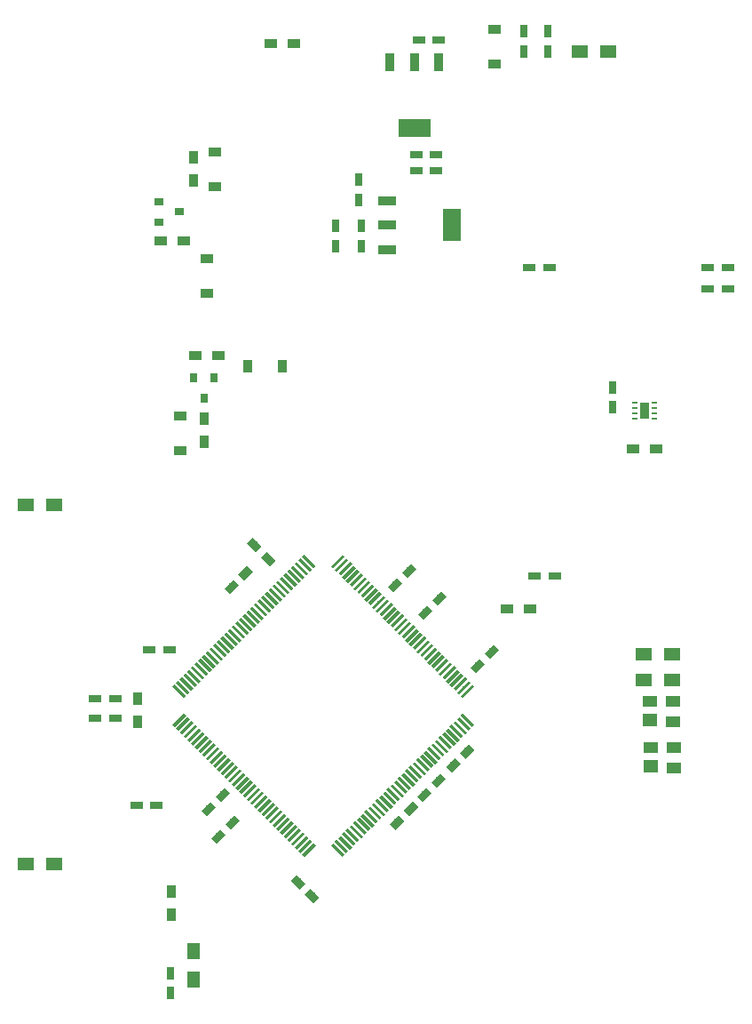
<source format=gbr>
G04 #@! TF.GenerationSoftware,KiCad,Pcbnew,5.0.0-fee4fd1~66~ubuntu16.04.1*
G04 #@! TF.CreationDate,2018-10-21T13:34:44-05:00*
G04 #@! TF.ProjectId,design_emb,64657369676E5F656D622E6B69636164,rev?*
G04 #@! TF.SameCoordinates,Original*
G04 #@! TF.FileFunction,Paste,Bot*
G04 #@! TF.FilePolarity,Positive*
%FSLAX46Y46*%
G04 Gerber Fmt 4.6, Leading zero omitted, Abs format (unit mm)*
G04 Created by KiCad (PCBNEW 5.0.0-fee4fd1~66~ubuntu16.04.1) date Sun Oct 21 13:34:44 2018*
%MOMM*%
%LPD*%
G01*
G04 APERTURE LIST*
%ADD10R,1.500000X1.300000*%
%ADD11C,0.300000*%
%ADD12C,0.100000*%
%ADD13C,0.750000*%
%ADD14R,1.200000X0.750000*%
%ADD15R,0.750000X1.200000*%
%ADD16R,1.200000X0.900000*%
%ADD17R,0.900000X1.200000*%
%ADD18R,1.400000X1.200000*%
%ADD19R,1.400000X1.000000*%
%ADD20R,3.149600X1.765300*%
%ADD21R,0.889000X1.765300*%
%ADD22R,1.765300X0.889000*%
%ADD23R,1.765300X3.149600*%
%ADD24R,0.500000X0.280000*%
%ADD25R,0.900000X1.600000*%
%ADD26R,0.900000X0.800000*%
%ADD27R,0.800000X0.900000*%
%ADD28R,1.300000X1.500000*%
G04 APERTURE END LIST*
D10*
G04 #@! TO.C,L8*
X117386100Y-126644400D03*
X120086100Y-126644400D03*
G04 #@! TD*
D11*
G04 #@! TO.C,ICE40HX1K*
X144387059Y-97789035D03*
D12*
G36*
X145041133Y-98230977D02*
X144829001Y-98443109D01*
X143732985Y-97347093D01*
X143945117Y-97134961D01*
X145041133Y-98230977D01*
X145041133Y-98230977D01*
G37*
D11*
X144033506Y-98142588D03*
D12*
G36*
X144687580Y-98584530D02*
X144475448Y-98796662D01*
X143379432Y-97700646D01*
X143591564Y-97488514D01*
X144687580Y-98584530D01*
X144687580Y-98584530D01*
G37*
D11*
X143679953Y-98496141D03*
D12*
G36*
X144334027Y-98938083D02*
X144121895Y-99150215D01*
X143025879Y-98054199D01*
X143238011Y-97842067D01*
X144334027Y-98938083D01*
X144334027Y-98938083D01*
G37*
D11*
X143326399Y-98849695D03*
D12*
G36*
X143980473Y-99291637D02*
X143768341Y-99503769D01*
X142672325Y-98407753D01*
X142884457Y-98195621D01*
X143980473Y-99291637D01*
X143980473Y-99291637D01*
G37*
D11*
X142972846Y-99203248D03*
D12*
G36*
X143626920Y-99645190D02*
X143414788Y-99857322D01*
X142318772Y-98761306D01*
X142530904Y-98549174D01*
X143626920Y-99645190D01*
X143626920Y-99645190D01*
G37*
D11*
X142619292Y-99556802D03*
D12*
G36*
X143273366Y-99998744D02*
X143061234Y-100210876D01*
X141965218Y-99114860D01*
X142177350Y-98902728D01*
X143273366Y-99998744D01*
X143273366Y-99998744D01*
G37*
D11*
X142265739Y-99910355D03*
D12*
G36*
X142919813Y-100352297D02*
X142707681Y-100564429D01*
X141611665Y-99468413D01*
X141823797Y-99256281D01*
X142919813Y-100352297D01*
X142919813Y-100352297D01*
G37*
D11*
X141912186Y-100263908D03*
D12*
G36*
X142566260Y-100705850D02*
X142354128Y-100917982D01*
X141258112Y-99821966D01*
X141470244Y-99609834D01*
X142566260Y-100705850D01*
X142566260Y-100705850D01*
G37*
D11*
X141558632Y-100617462D03*
D12*
G36*
X142212706Y-101059404D02*
X142000574Y-101271536D01*
X140904558Y-100175520D01*
X141116690Y-99963388D01*
X142212706Y-101059404D01*
X142212706Y-101059404D01*
G37*
D11*
X141205079Y-100971015D03*
D12*
G36*
X141859153Y-101412957D02*
X141647021Y-101625089D01*
X140551005Y-100529073D01*
X140763137Y-100316941D01*
X141859153Y-101412957D01*
X141859153Y-101412957D01*
G37*
D11*
X140851525Y-101324568D03*
D12*
G36*
X141505599Y-101766510D02*
X141293467Y-101978642D01*
X140197451Y-100882626D01*
X140409583Y-100670494D01*
X141505599Y-101766510D01*
X141505599Y-101766510D01*
G37*
D11*
X140497972Y-101678122D03*
D12*
G36*
X141152046Y-102120064D02*
X140939914Y-102332196D01*
X139843898Y-101236180D01*
X140056030Y-101024048D01*
X141152046Y-102120064D01*
X141152046Y-102120064D01*
G37*
D11*
X140144419Y-102031675D03*
D12*
G36*
X140798493Y-102473617D02*
X140586361Y-102685749D01*
X139490345Y-101589733D01*
X139702477Y-101377601D01*
X140798493Y-102473617D01*
X140798493Y-102473617D01*
G37*
D11*
X139790865Y-102385229D03*
D12*
G36*
X140444939Y-102827171D02*
X140232807Y-103039303D01*
X139136791Y-101943287D01*
X139348923Y-101731155D01*
X140444939Y-102827171D01*
X140444939Y-102827171D01*
G37*
D11*
X139437312Y-102738782D03*
D12*
G36*
X140091386Y-103180724D02*
X139879254Y-103392856D01*
X138783238Y-102296840D01*
X138995370Y-102084708D01*
X140091386Y-103180724D01*
X140091386Y-103180724D01*
G37*
D11*
X139083758Y-103092335D03*
D12*
G36*
X139737832Y-103534277D02*
X139525700Y-103746409D01*
X138429684Y-102650393D01*
X138641816Y-102438261D01*
X139737832Y-103534277D01*
X139737832Y-103534277D01*
G37*
D11*
X138730205Y-103445889D03*
D12*
G36*
X139384279Y-103887831D02*
X139172147Y-104099963D01*
X138076131Y-103003947D01*
X138288263Y-102791815D01*
X139384279Y-103887831D01*
X139384279Y-103887831D01*
G37*
D11*
X138376652Y-103799442D03*
D12*
G36*
X139030726Y-104241384D02*
X138818594Y-104453516D01*
X137722578Y-103357500D01*
X137934710Y-103145368D01*
X139030726Y-104241384D01*
X139030726Y-104241384D01*
G37*
D11*
X138023098Y-104152996D03*
D12*
G36*
X138677172Y-104594938D02*
X138465040Y-104807070D01*
X137369024Y-103711054D01*
X137581156Y-103498922D01*
X138677172Y-104594938D01*
X138677172Y-104594938D01*
G37*
D11*
X137669545Y-104506549D03*
D12*
G36*
X138323619Y-104948491D02*
X138111487Y-105160623D01*
X137015471Y-104064607D01*
X137227603Y-103852475D01*
X138323619Y-104948491D01*
X138323619Y-104948491D01*
G37*
D11*
X137315991Y-104860102D03*
D12*
G36*
X137970065Y-105302044D02*
X137757933Y-105514176D01*
X136661917Y-104418160D01*
X136874049Y-104206028D01*
X137970065Y-105302044D01*
X137970065Y-105302044D01*
G37*
D11*
X136962438Y-105213656D03*
D12*
G36*
X137616512Y-105655598D02*
X137404380Y-105867730D01*
X136308364Y-104771714D01*
X136520496Y-104559582D01*
X137616512Y-105655598D01*
X137616512Y-105655598D01*
G37*
D11*
X136608885Y-105567209D03*
D12*
G36*
X137262959Y-106009151D02*
X137050827Y-106221283D01*
X135954811Y-105125267D01*
X136166943Y-104913135D01*
X137262959Y-106009151D01*
X137262959Y-106009151D01*
G37*
D11*
X136255331Y-105920763D03*
D12*
G36*
X136909405Y-106362705D02*
X136697273Y-106574837D01*
X135601257Y-105478821D01*
X135813389Y-105266689D01*
X136909405Y-106362705D01*
X136909405Y-106362705D01*
G37*
D11*
X135901778Y-106274316D03*
D12*
G36*
X136555852Y-106716258D02*
X136343720Y-106928390D01*
X135247704Y-105832374D01*
X135459836Y-105620242D01*
X136555852Y-106716258D01*
X136555852Y-106716258D01*
G37*
D11*
X135548225Y-106627869D03*
D12*
G36*
X136202299Y-107069811D02*
X135990167Y-107281943D01*
X134894151Y-106185927D01*
X135106283Y-105973795D01*
X136202299Y-107069811D01*
X136202299Y-107069811D01*
G37*
D11*
X135194671Y-106981423D03*
D12*
G36*
X135848745Y-107423365D02*
X135636613Y-107635497D01*
X134540597Y-106539481D01*
X134752729Y-106327349D01*
X135848745Y-107423365D01*
X135848745Y-107423365D01*
G37*
D11*
X134841118Y-107334976D03*
D12*
G36*
X135495192Y-107776918D02*
X135283060Y-107989050D01*
X134187044Y-106893034D01*
X134399176Y-106680902D01*
X135495192Y-107776918D01*
X135495192Y-107776918D01*
G37*
D11*
X134487564Y-107688530D03*
D12*
G36*
X135141638Y-108130472D02*
X134929506Y-108342604D01*
X133833490Y-107246588D01*
X134045622Y-107034456D01*
X135141638Y-108130472D01*
X135141638Y-108130472D01*
G37*
D11*
X134134011Y-108042083D03*
D12*
G36*
X134788085Y-108484025D02*
X134575953Y-108696157D01*
X133479937Y-107600141D01*
X133692069Y-107388009D01*
X134788085Y-108484025D01*
X134788085Y-108484025D01*
G37*
D11*
X133780458Y-108395636D03*
D12*
G36*
X134434532Y-108837578D02*
X134222400Y-109049710D01*
X133126384Y-107953694D01*
X133338516Y-107741562D01*
X134434532Y-108837578D01*
X134434532Y-108837578D01*
G37*
D11*
X133426904Y-108749190D03*
D12*
G36*
X134080978Y-109191132D02*
X133868846Y-109403264D01*
X132772830Y-108307248D01*
X132984962Y-108095116D01*
X134080978Y-109191132D01*
X134080978Y-109191132D01*
G37*
D11*
X133073351Y-109102743D03*
D12*
G36*
X133727425Y-109544685D02*
X133515293Y-109756817D01*
X132419277Y-108660801D01*
X132631409Y-108448669D01*
X133727425Y-109544685D01*
X133727425Y-109544685D01*
G37*
D11*
X132719797Y-109456296D03*
D12*
G36*
X133373871Y-109898238D02*
X133161739Y-110110370D01*
X132065723Y-109014354D01*
X132277855Y-108802222D01*
X133373871Y-109898238D01*
X133373871Y-109898238D01*
G37*
D11*
X132366244Y-109809850D03*
D12*
G36*
X133020318Y-110251792D02*
X132808186Y-110463924D01*
X131712170Y-109367908D01*
X131924302Y-109155776D01*
X133020318Y-110251792D01*
X133020318Y-110251792D01*
G37*
D11*
X132012691Y-110163403D03*
D12*
G36*
X132666765Y-110605345D02*
X132454633Y-110817477D01*
X131358617Y-109721461D01*
X131570749Y-109509329D01*
X132666765Y-110605345D01*
X132666765Y-110605345D01*
G37*
D11*
X132012691Y-112921120D03*
D12*
G36*
X132454633Y-112267046D02*
X132666765Y-112479178D01*
X131570749Y-113575194D01*
X131358617Y-113363062D01*
X132454633Y-112267046D01*
X132454633Y-112267046D01*
G37*
D11*
X132366244Y-113274673D03*
D12*
G36*
X132808186Y-112620599D02*
X133020318Y-112832731D01*
X131924302Y-113928747D01*
X131712170Y-113716615D01*
X132808186Y-112620599D01*
X132808186Y-112620599D01*
G37*
D11*
X132719797Y-113628226D03*
D12*
G36*
X133161739Y-112974152D02*
X133373871Y-113186284D01*
X132277855Y-114282300D01*
X132065723Y-114070168D01*
X133161739Y-112974152D01*
X133161739Y-112974152D01*
G37*
D11*
X133073351Y-113981780D03*
D12*
G36*
X133515293Y-113327706D02*
X133727425Y-113539838D01*
X132631409Y-114635854D01*
X132419277Y-114423722D01*
X133515293Y-113327706D01*
X133515293Y-113327706D01*
G37*
D11*
X133426904Y-114335333D03*
D12*
G36*
X133868846Y-113681259D02*
X134080978Y-113893391D01*
X132984962Y-114989407D01*
X132772830Y-114777275D01*
X133868846Y-113681259D01*
X133868846Y-113681259D01*
G37*
D11*
X133780458Y-114688887D03*
D12*
G36*
X134222400Y-114034813D02*
X134434532Y-114246945D01*
X133338516Y-115342961D01*
X133126384Y-115130829D01*
X134222400Y-114034813D01*
X134222400Y-114034813D01*
G37*
D11*
X134134011Y-115042440D03*
D12*
G36*
X134575953Y-114388366D02*
X134788085Y-114600498D01*
X133692069Y-115696514D01*
X133479937Y-115484382D01*
X134575953Y-114388366D01*
X134575953Y-114388366D01*
G37*
D11*
X134487564Y-115395993D03*
D12*
G36*
X134929506Y-114741919D02*
X135141638Y-114954051D01*
X134045622Y-116050067D01*
X133833490Y-115837935D01*
X134929506Y-114741919D01*
X134929506Y-114741919D01*
G37*
D11*
X134841118Y-115749547D03*
D12*
G36*
X135283060Y-115095473D02*
X135495192Y-115307605D01*
X134399176Y-116403621D01*
X134187044Y-116191489D01*
X135283060Y-115095473D01*
X135283060Y-115095473D01*
G37*
D11*
X135194671Y-116103100D03*
D12*
G36*
X135636613Y-115449026D02*
X135848745Y-115661158D01*
X134752729Y-116757174D01*
X134540597Y-116545042D01*
X135636613Y-115449026D01*
X135636613Y-115449026D01*
G37*
D11*
X135548225Y-116456654D03*
D12*
G36*
X135990167Y-115802580D02*
X136202299Y-116014712D01*
X135106283Y-117110728D01*
X134894151Y-116898596D01*
X135990167Y-115802580D01*
X135990167Y-115802580D01*
G37*
D11*
X135901778Y-116810207D03*
D12*
G36*
X136343720Y-116156133D02*
X136555852Y-116368265D01*
X135459836Y-117464281D01*
X135247704Y-117252149D01*
X136343720Y-116156133D01*
X136343720Y-116156133D01*
G37*
D11*
X136255331Y-117163760D03*
D12*
G36*
X136697273Y-116509686D02*
X136909405Y-116721818D01*
X135813389Y-117817834D01*
X135601257Y-117605702D01*
X136697273Y-116509686D01*
X136697273Y-116509686D01*
G37*
D11*
X136608885Y-117517314D03*
D12*
G36*
X137050827Y-116863240D02*
X137262959Y-117075372D01*
X136166943Y-118171388D01*
X135954811Y-117959256D01*
X137050827Y-116863240D01*
X137050827Y-116863240D01*
G37*
D11*
X136962438Y-117870867D03*
D12*
G36*
X137404380Y-117216793D02*
X137616512Y-117428925D01*
X136520496Y-118524941D01*
X136308364Y-118312809D01*
X137404380Y-117216793D01*
X137404380Y-117216793D01*
G37*
D11*
X137315991Y-118224421D03*
D12*
G36*
X137757933Y-117570347D02*
X137970065Y-117782479D01*
X136874049Y-118878495D01*
X136661917Y-118666363D01*
X137757933Y-117570347D01*
X137757933Y-117570347D01*
G37*
D11*
X137669545Y-118577974D03*
D12*
G36*
X138111487Y-117923900D02*
X138323619Y-118136032D01*
X137227603Y-119232048D01*
X137015471Y-119019916D01*
X138111487Y-117923900D01*
X138111487Y-117923900D01*
G37*
D11*
X138023098Y-118931527D03*
D12*
G36*
X138465040Y-118277453D02*
X138677172Y-118489585D01*
X137581156Y-119585601D01*
X137369024Y-119373469D01*
X138465040Y-118277453D01*
X138465040Y-118277453D01*
G37*
D11*
X138376652Y-119285081D03*
D12*
G36*
X138818594Y-118631007D02*
X139030726Y-118843139D01*
X137934710Y-119939155D01*
X137722578Y-119727023D01*
X138818594Y-118631007D01*
X138818594Y-118631007D01*
G37*
D11*
X138730205Y-119638634D03*
D12*
G36*
X139172147Y-118984560D02*
X139384279Y-119196692D01*
X138288263Y-120292708D01*
X138076131Y-120080576D01*
X139172147Y-118984560D01*
X139172147Y-118984560D01*
G37*
D11*
X139083758Y-119992188D03*
D12*
G36*
X139525700Y-119338114D02*
X139737832Y-119550246D01*
X138641816Y-120646262D01*
X138429684Y-120434130D01*
X139525700Y-119338114D01*
X139525700Y-119338114D01*
G37*
D11*
X139437312Y-120345741D03*
D12*
G36*
X139879254Y-119691667D02*
X140091386Y-119903799D01*
X138995370Y-120999815D01*
X138783238Y-120787683D01*
X139879254Y-119691667D01*
X139879254Y-119691667D01*
G37*
D11*
X139790865Y-120699294D03*
D12*
G36*
X140232807Y-120045220D02*
X140444939Y-120257352D01*
X139348923Y-121353368D01*
X139136791Y-121141236D01*
X140232807Y-120045220D01*
X140232807Y-120045220D01*
G37*
D11*
X140144419Y-121052848D03*
D12*
G36*
X140586361Y-120398774D02*
X140798493Y-120610906D01*
X139702477Y-121706922D01*
X139490345Y-121494790D01*
X140586361Y-120398774D01*
X140586361Y-120398774D01*
G37*
D11*
X140497972Y-121406401D03*
D12*
G36*
X140939914Y-120752327D02*
X141152046Y-120964459D01*
X140056030Y-122060475D01*
X139843898Y-121848343D01*
X140939914Y-120752327D01*
X140939914Y-120752327D01*
G37*
D11*
X140851525Y-121759954D03*
D12*
G36*
X141293467Y-121105880D02*
X141505599Y-121318012D01*
X140409583Y-122414028D01*
X140197451Y-122201896D01*
X141293467Y-121105880D01*
X141293467Y-121105880D01*
G37*
D11*
X141205079Y-122113508D03*
D12*
G36*
X141647021Y-121459434D02*
X141859153Y-121671566D01*
X140763137Y-122767582D01*
X140551005Y-122555450D01*
X141647021Y-121459434D01*
X141647021Y-121459434D01*
G37*
D11*
X141558632Y-122467061D03*
D12*
G36*
X142000574Y-121812987D02*
X142212706Y-122025119D01*
X141116690Y-123121135D01*
X140904558Y-122909003D01*
X142000574Y-121812987D01*
X142000574Y-121812987D01*
G37*
D11*
X141912186Y-122820615D03*
D12*
G36*
X142354128Y-122166541D02*
X142566260Y-122378673D01*
X141470244Y-123474689D01*
X141258112Y-123262557D01*
X142354128Y-122166541D01*
X142354128Y-122166541D01*
G37*
D11*
X142265739Y-123174168D03*
D12*
G36*
X142707681Y-122520094D02*
X142919813Y-122732226D01*
X141823797Y-123828242D01*
X141611665Y-123616110D01*
X142707681Y-122520094D01*
X142707681Y-122520094D01*
G37*
D11*
X142619292Y-123527721D03*
D12*
G36*
X143061234Y-122873647D02*
X143273366Y-123085779D01*
X142177350Y-124181795D01*
X141965218Y-123969663D01*
X143061234Y-122873647D01*
X143061234Y-122873647D01*
G37*
D11*
X142972846Y-123881275D03*
D12*
G36*
X143414788Y-123227201D02*
X143626920Y-123439333D01*
X142530904Y-124535349D01*
X142318772Y-124323217D01*
X143414788Y-123227201D01*
X143414788Y-123227201D01*
G37*
D11*
X143326399Y-124234828D03*
D12*
G36*
X143768341Y-123580754D02*
X143980473Y-123792886D01*
X142884457Y-124888902D01*
X142672325Y-124676770D01*
X143768341Y-123580754D01*
X143768341Y-123580754D01*
G37*
D11*
X143679953Y-124588382D03*
D12*
G36*
X144121895Y-123934308D02*
X144334027Y-124146440D01*
X143238011Y-125242456D01*
X143025879Y-125030324D01*
X144121895Y-123934308D01*
X144121895Y-123934308D01*
G37*
D11*
X144033506Y-124941935D03*
D12*
G36*
X144475448Y-124287861D02*
X144687580Y-124499993D01*
X143591564Y-125596009D01*
X143379432Y-125383877D01*
X144475448Y-124287861D01*
X144475448Y-124287861D01*
G37*
D11*
X144387059Y-125295488D03*
D12*
G36*
X144829001Y-124641414D02*
X145041133Y-124853546D01*
X143945117Y-125949562D01*
X143732985Y-125737430D01*
X144829001Y-124641414D01*
X144829001Y-124641414D01*
G37*
D11*
X147144776Y-125295488D03*
D12*
G36*
X147798850Y-125737430D02*
X147586718Y-125949562D01*
X146490702Y-124853546D01*
X146702834Y-124641414D01*
X147798850Y-125737430D01*
X147798850Y-125737430D01*
G37*
D11*
X147498329Y-124941935D03*
D12*
G36*
X148152403Y-125383877D02*
X147940271Y-125596009D01*
X146844255Y-124499993D01*
X147056387Y-124287861D01*
X148152403Y-125383877D01*
X148152403Y-125383877D01*
G37*
D11*
X147851883Y-124588382D03*
D12*
G36*
X148505957Y-125030324D02*
X148293825Y-125242456D01*
X147197809Y-124146440D01*
X147409941Y-123934308D01*
X148505957Y-125030324D01*
X148505957Y-125030324D01*
G37*
D11*
X148205436Y-124234828D03*
D12*
G36*
X148859510Y-124676770D02*
X148647378Y-124888902D01*
X147551362Y-123792886D01*
X147763494Y-123580754D01*
X148859510Y-124676770D01*
X148859510Y-124676770D01*
G37*
D11*
X148558989Y-123881275D03*
D12*
G36*
X149213063Y-124323217D02*
X149000931Y-124535349D01*
X147904915Y-123439333D01*
X148117047Y-123227201D01*
X149213063Y-124323217D01*
X149213063Y-124323217D01*
G37*
D11*
X148912543Y-123527721D03*
D12*
G36*
X149566617Y-123969663D02*
X149354485Y-124181795D01*
X148258469Y-123085779D01*
X148470601Y-122873647D01*
X149566617Y-123969663D01*
X149566617Y-123969663D01*
G37*
D11*
X149266096Y-123174168D03*
D12*
G36*
X149920170Y-123616110D02*
X149708038Y-123828242D01*
X148612022Y-122732226D01*
X148824154Y-122520094D01*
X149920170Y-123616110D01*
X149920170Y-123616110D01*
G37*
D11*
X149619649Y-122820615D03*
D12*
G36*
X150273723Y-123262557D02*
X150061591Y-123474689D01*
X148965575Y-122378673D01*
X149177707Y-122166541D01*
X150273723Y-123262557D01*
X150273723Y-123262557D01*
G37*
D11*
X149973203Y-122467061D03*
D12*
G36*
X150627277Y-122909003D02*
X150415145Y-123121135D01*
X149319129Y-122025119D01*
X149531261Y-121812987D01*
X150627277Y-122909003D01*
X150627277Y-122909003D01*
G37*
D11*
X150326756Y-122113508D03*
D12*
G36*
X150980830Y-122555450D02*
X150768698Y-122767582D01*
X149672682Y-121671566D01*
X149884814Y-121459434D01*
X150980830Y-122555450D01*
X150980830Y-122555450D01*
G37*
D11*
X150680310Y-121759954D03*
D12*
G36*
X151334384Y-122201896D02*
X151122252Y-122414028D01*
X150026236Y-121318012D01*
X150238368Y-121105880D01*
X151334384Y-122201896D01*
X151334384Y-122201896D01*
G37*
D11*
X151033863Y-121406401D03*
D12*
G36*
X151687937Y-121848343D02*
X151475805Y-122060475D01*
X150379789Y-120964459D01*
X150591921Y-120752327D01*
X151687937Y-121848343D01*
X151687937Y-121848343D01*
G37*
D11*
X151387416Y-121052848D03*
D12*
G36*
X152041490Y-121494790D02*
X151829358Y-121706922D01*
X150733342Y-120610906D01*
X150945474Y-120398774D01*
X152041490Y-121494790D01*
X152041490Y-121494790D01*
G37*
D11*
X151740970Y-120699294D03*
D12*
G36*
X152395044Y-121141236D02*
X152182912Y-121353368D01*
X151086896Y-120257352D01*
X151299028Y-120045220D01*
X152395044Y-121141236D01*
X152395044Y-121141236D01*
G37*
D11*
X152094523Y-120345741D03*
D12*
G36*
X152748597Y-120787683D02*
X152536465Y-120999815D01*
X151440449Y-119903799D01*
X151652581Y-119691667D01*
X152748597Y-120787683D01*
X152748597Y-120787683D01*
G37*
D11*
X152448077Y-119992188D03*
D12*
G36*
X153102151Y-120434130D02*
X152890019Y-120646262D01*
X151794003Y-119550246D01*
X152006135Y-119338114D01*
X153102151Y-120434130D01*
X153102151Y-120434130D01*
G37*
D11*
X152801630Y-119638634D03*
D12*
G36*
X153455704Y-120080576D02*
X153243572Y-120292708D01*
X152147556Y-119196692D01*
X152359688Y-118984560D01*
X153455704Y-120080576D01*
X153455704Y-120080576D01*
G37*
D11*
X153155183Y-119285081D03*
D12*
G36*
X153809257Y-119727023D02*
X153597125Y-119939155D01*
X152501109Y-118843139D01*
X152713241Y-118631007D01*
X153809257Y-119727023D01*
X153809257Y-119727023D01*
G37*
D11*
X153508737Y-118931527D03*
D12*
G36*
X154162811Y-119373469D02*
X153950679Y-119585601D01*
X152854663Y-118489585D01*
X153066795Y-118277453D01*
X154162811Y-119373469D01*
X154162811Y-119373469D01*
G37*
D11*
X153862290Y-118577974D03*
D12*
G36*
X154516364Y-119019916D02*
X154304232Y-119232048D01*
X153208216Y-118136032D01*
X153420348Y-117923900D01*
X154516364Y-119019916D01*
X154516364Y-119019916D01*
G37*
D11*
X154215844Y-118224421D03*
D12*
G36*
X154869918Y-118666363D02*
X154657786Y-118878495D01*
X153561770Y-117782479D01*
X153773902Y-117570347D01*
X154869918Y-118666363D01*
X154869918Y-118666363D01*
G37*
D11*
X154569397Y-117870867D03*
D12*
G36*
X155223471Y-118312809D02*
X155011339Y-118524941D01*
X153915323Y-117428925D01*
X154127455Y-117216793D01*
X155223471Y-118312809D01*
X155223471Y-118312809D01*
G37*
D11*
X154922950Y-117517314D03*
D12*
G36*
X155577024Y-117959256D02*
X155364892Y-118171388D01*
X154268876Y-117075372D01*
X154481008Y-116863240D01*
X155577024Y-117959256D01*
X155577024Y-117959256D01*
G37*
D11*
X155276504Y-117163760D03*
D12*
G36*
X155930578Y-117605702D02*
X155718446Y-117817834D01*
X154622430Y-116721818D01*
X154834562Y-116509686D01*
X155930578Y-117605702D01*
X155930578Y-117605702D01*
G37*
D11*
X155630057Y-116810207D03*
D12*
G36*
X156284131Y-117252149D02*
X156071999Y-117464281D01*
X154975983Y-116368265D01*
X155188115Y-116156133D01*
X156284131Y-117252149D01*
X156284131Y-117252149D01*
G37*
D11*
X155983611Y-116456654D03*
D12*
G36*
X156637685Y-116898596D02*
X156425553Y-117110728D01*
X155329537Y-116014712D01*
X155541669Y-115802580D01*
X156637685Y-116898596D01*
X156637685Y-116898596D01*
G37*
D11*
X156337164Y-116103100D03*
D12*
G36*
X156991238Y-116545042D02*
X156779106Y-116757174D01*
X155683090Y-115661158D01*
X155895222Y-115449026D01*
X156991238Y-116545042D01*
X156991238Y-116545042D01*
G37*
D11*
X156690717Y-115749547D03*
D12*
G36*
X157344791Y-116191489D02*
X157132659Y-116403621D01*
X156036643Y-115307605D01*
X156248775Y-115095473D01*
X157344791Y-116191489D01*
X157344791Y-116191489D01*
G37*
D11*
X157044271Y-115395993D03*
D12*
G36*
X157698345Y-115837935D02*
X157486213Y-116050067D01*
X156390197Y-114954051D01*
X156602329Y-114741919D01*
X157698345Y-115837935D01*
X157698345Y-115837935D01*
G37*
D11*
X157397824Y-115042440D03*
D12*
G36*
X158051898Y-115484382D02*
X157839766Y-115696514D01*
X156743750Y-114600498D01*
X156955882Y-114388366D01*
X158051898Y-115484382D01*
X158051898Y-115484382D01*
G37*
D11*
X157751377Y-114688887D03*
D12*
G36*
X158405451Y-115130829D02*
X158193319Y-115342961D01*
X157097303Y-114246945D01*
X157309435Y-114034813D01*
X158405451Y-115130829D01*
X158405451Y-115130829D01*
G37*
D11*
X158104931Y-114335333D03*
D12*
G36*
X158759005Y-114777275D02*
X158546873Y-114989407D01*
X157450857Y-113893391D01*
X157662989Y-113681259D01*
X158759005Y-114777275D01*
X158759005Y-114777275D01*
G37*
D11*
X158458484Y-113981780D03*
D12*
G36*
X159112558Y-114423722D02*
X158900426Y-114635854D01*
X157804410Y-113539838D01*
X158016542Y-113327706D01*
X159112558Y-114423722D01*
X159112558Y-114423722D01*
G37*
D11*
X158812038Y-113628226D03*
D12*
G36*
X159466112Y-114070168D02*
X159253980Y-114282300D01*
X158157964Y-113186284D01*
X158370096Y-112974152D01*
X159466112Y-114070168D01*
X159466112Y-114070168D01*
G37*
D11*
X159165591Y-113274673D03*
D12*
G36*
X159819665Y-113716615D02*
X159607533Y-113928747D01*
X158511517Y-112832731D01*
X158723649Y-112620599D01*
X159819665Y-113716615D01*
X159819665Y-113716615D01*
G37*
D11*
X159519144Y-112921120D03*
D12*
G36*
X160173218Y-113363062D02*
X159961086Y-113575194D01*
X158865070Y-112479178D01*
X159077202Y-112267046D01*
X160173218Y-113363062D01*
X160173218Y-113363062D01*
G37*
D11*
X159519144Y-110163403D03*
D12*
G36*
X159961086Y-109509329D02*
X160173218Y-109721461D01*
X159077202Y-110817477D01*
X158865070Y-110605345D01*
X159961086Y-109509329D01*
X159961086Y-109509329D01*
G37*
D11*
X159165591Y-109809850D03*
D12*
G36*
X159607533Y-109155776D02*
X159819665Y-109367908D01*
X158723649Y-110463924D01*
X158511517Y-110251792D01*
X159607533Y-109155776D01*
X159607533Y-109155776D01*
G37*
D11*
X158812038Y-109456296D03*
D12*
G36*
X159253980Y-108802222D02*
X159466112Y-109014354D01*
X158370096Y-110110370D01*
X158157964Y-109898238D01*
X159253980Y-108802222D01*
X159253980Y-108802222D01*
G37*
D11*
X158458484Y-109102743D03*
D12*
G36*
X158900426Y-108448669D02*
X159112558Y-108660801D01*
X158016542Y-109756817D01*
X157804410Y-109544685D01*
X158900426Y-108448669D01*
X158900426Y-108448669D01*
G37*
D11*
X158104931Y-108749190D03*
D12*
G36*
X158546873Y-108095116D02*
X158759005Y-108307248D01*
X157662989Y-109403264D01*
X157450857Y-109191132D01*
X158546873Y-108095116D01*
X158546873Y-108095116D01*
G37*
D11*
X157751377Y-108395636D03*
D12*
G36*
X158193319Y-107741562D02*
X158405451Y-107953694D01*
X157309435Y-109049710D01*
X157097303Y-108837578D01*
X158193319Y-107741562D01*
X158193319Y-107741562D01*
G37*
D11*
X157397824Y-108042083D03*
D12*
G36*
X157839766Y-107388009D02*
X158051898Y-107600141D01*
X156955882Y-108696157D01*
X156743750Y-108484025D01*
X157839766Y-107388009D01*
X157839766Y-107388009D01*
G37*
D11*
X157044271Y-107688530D03*
D12*
G36*
X157486213Y-107034456D02*
X157698345Y-107246588D01*
X156602329Y-108342604D01*
X156390197Y-108130472D01*
X157486213Y-107034456D01*
X157486213Y-107034456D01*
G37*
D11*
X156690717Y-107334976D03*
D12*
G36*
X157132659Y-106680902D02*
X157344791Y-106893034D01*
X156248775Y-107989050D01*
X156036643Y-107776918D01*
X157132659Y-106680902D01*
X157132659Y-106680902D01*
G37*
D11*
X156337164Y-106981423D03*
D12*
G36*
X156779106Y-106327349D02*
X156991238Y-106539481D01*
X155895222Y-107635497D01*
X155683090Y-107423365D01*
X156779106Y-106327349D01*
X156779106Y-106327349D01*
G37*
D11*
X155983611Y-106627869D03*
D12*
G36*
X156425553Y-105973795D02*
X156637685Y-106185927D01*
X155541669Y-107281943D01*
X155329537Y-107069811D01*
X156425553Y-105973795D01*
X156425553Y-105973795D01*
G37*
D11*
X155630057Y-106274316D03*
D12*
G36*
X156071999Y-105620242D02*
X156284131Y-105832374D01*
X155188115Y-106928390D01*
X154975983Y-106716258D01*
X156071999Y-105620242D01*
X156071999Y-105620242D01*
G37*
D11*
X155276504Y-105920763D03*
D12*
G36*
X155718446Y-105266689D02*
X155930578Y-105478821D01*
X154834562Y-106574837D01*
X154622430Y-106362705D01*
X155718446Y-105266689D01*
X155718446Y-105266689D01*
G37*
D11*
X154922950Y-105567209D03*
D12*
G36*
X155364892Y-104913135D02*
X155577024Y-105125267D01*
X154481008Y-106221283D01*
X154268876Y-106009151D01*
X155364892Y-104913135D01*
X155364892Y-104913135D01*
G37*
D11*
X154569397Y-105213656D03*
D12*
G36*
X155011339Y-104559582D02*
X155223471Y-104771714D01*
X154127455Y-105867730D01*
X153915323Y-105655598D01*
X155011339Y-104559582D01*
X155011339Y-104559582D01*
G37*
D11*
X154215844Y-104860102D03*
D12*
G36*
X154657786Y-104206028D02*
X154869918Y-104418160D01*
X153773902Y-105514176D01*
X153561770Y-105302044D01*
X154657786Y-104206028D01*
X154657786Y-104206028D01*
G37*
D11*
X153862290Y-104506549D03*
D12*
G36*
X154304232Y-103852475D02*
X154516364Y-104064607D01*
X153420348Y-105160623D01*
X153208216Y-104948491D01*
X154304232Y-103852475D01*
X154304232Y-103852475D01*
G37*
D11*
X153508737Y-104152996D03*
D12*
G36*
X153950679Y-103498922D02*
X154162811Y-103711054D01*
X153066795Y-104807070D01*
X152854663Y-104594938D01*
X153950679Y-103498922D01*
X153950679Y-103498922D01*
G37*
D11*
X153155183Y-103799442D03*
D12*
G36*
X153597125Y-103145368D02*
X153809257Y-103357500D01*
X152713241Y-104453516D01*
X152501109Y-104241384D01*
X153597125Y-103145368D01*
X153597125Y-103145368D01*
G37*
D11*
X152801630Y-103445889D03*
D12*
G36*
X153243572Y-102791815D02*
X153455704Y-103003947D01*
X152359688Y-104099963D01*
X152147556Y-103887831D01*
X153243572Y-102791815D01*
X153243572Y-102791815D01*
G37*
D11*
X152448077Y-103092335D03*
D12*
G36*
X152890019Y-102438261D02*
X153102151Y-102650393D01*
X152006135Y-103746409D01*
X151794003Y-103534277D01*
X152890019Y-102438261D01*
X152890019Y-102438261D01*
G37*
D11*
X152094523Y-102738782D03*
D12*
G36*
X152536465Y-102084708D02*
X152748597Y-102296840D01*
X151652581Y-103392856D01*
X151440449Y-103180724D01*
X152536465Y-102084708D01*
X152536465Y-102084708D01*
G37*
D11*
X151740970Y-102385229D03*
D12*
G36*
X152182912Y-101731155D02*
X152395044Y-101943287D01*
X151299028Y-103039303D01*
X151086896Y-102827171D01*
X152182912Y-101731155D01*
X152182912Y-101731155D01*
G37*
D11*
X151387416Y-102031675D03*
D12*
G36*
X151829358Y-101377601D02*
X152041490Y-101589733D01*
X150945474Y-102685749D01*
X150733342Y-102473617D01*
X151829358Y-101377601D01*
X151829358Y-101377601D01*
G37*
D11*
X151033863Y-101678122D03*
D12*
G36*
X151475805Y-101024048D02*
X151687937Y-101236180D01*
X150591921Y-102332196D01*
X150379789Y-102120064D01*
X151475805Y-101024048D01*
X151475805Y-101024048D01*
G37*
D11*
X150680310Y-101324568D03*
D12*
G36*
X151122252Y-100670494D02*
X151334384Y-100882626D01*
X150238368Y-101978642D01*
X150026236Y-101766510D01*
X151122252Y-100670494D01*
X151122252Y-100670494D01*
G37*
D11*
X150326756Y-100971015D03*
D12*
G36*
X150768698Y-100316941D02*
X150980830Y-100529073D01*
X149884814Y-101625089D01*
X149672682Y-101412957D01*
X150768698Y-100316941D01*
X150768698Y-100316941D01*
G37*
D11*
X149973203Y-100617462D03*
D12*
G36*
X150415145Y-99963388D02*
X150627277Y-100175520D01*
X149531261Y-101271536D01*
X149319129Y-101059404D01*
X150415145Y-99963388D01*
X150415145Y-99963388D01*
G37*
D11*
X149619649Y-100263908D03*
D12*
G36*
X150061591Y-99609834D02*
X150273723Y-99821966D01*
X149177707Y-100917982D01*
X148965575Y-100705850D01*
X150061591Y-99609834D01*
X150061591Y-99609834D01*
G37*
D11*
X149266096Y-99910355D03*
D12*
G36*
X149708038Y-99256281D02*
X149920170Y-99468413D01*
X148824154Y-100564429D01*
X148612022Y-100352297D01*
X149708038Y-99256281D01*
X149708038Y-99256281D01*
G37*
D11*
X148912543Y-99556802D03*
D12*
G36*
X149354485Y-98902728D02*
X149566617Y-99114860D01*
X148470601Y-100210876D01*
X148258469Y-99998744D01*
X149354485Y-98902728D01*
X149354485Y-98902728D01*
G37*
D11*
X148558989Y-99203248D03*
D12*
G36*
X149000931Y-98549174D02*
X149213063Y-98761306D01*
X148117047Y-99857322D01*
X147904915Y-99645190D01*
X149000931Y-98549174D01*
X149000931Y-98549174D01*
G37*
D11*
X148205436Y-98849695D03*
D12*
G36*
X148647378Y-98195621D02*
X148859510Y-98407753D01*
X147763494Y-99503769D01*
X147551362Y-99291637D01*
X148647378Y-98195621D01*
X148647378Y-98195621D01*
G37*
D11*
X147851883Y-98496141D03*
D12*
G36*
X148293825Y-97842067D02*
X148505957Y-98054199D01*
X147409941Y-99150215D01*
X147197809Y-98938083D01*
X148293825Y-97842067D01*
X148293825Y-97842067D01*
G37*
D11*
X147498329Y-98142588D03*
D12*
G36*
X147940271Y-97488514D02*
X148152403Y-97700646D01*
X147056387Y-98796662D01*
X146844255Y-98584530D01*
X147940271Y-97488514D01*
X147940271Y-97488514D01*
G37*
D11*
X147144776Y-97789035D03*
D12*
G36*
X147586718Y-97134961D02*
X147798850Y-97347093D01*
X146702834Y-98443109D01*
X146490702Y-98230977D01*
X147586718Y-97134961D01*
X147586718Y-97134961D01*
G37*
G04 #@! TD*
D13*
G04 #@! TO.C,C1*
X136996249Y-100239751D03*
D12*
G36*
X136837150Y-100929180D02*
X136306820Y-100398850D01*
X137155348Y-99550322D01*
X137685678Y-100080652D01*
X136837150Y-100929180D01*
X136837150Y-100929180D01*
G37*
D13*
X138339751Y-98896249D03*
D12*
G36*
X138180652Y-99585678D02*
X137650322Y-99055348D01*
X138498850Y-98206820D01*
X139029180Y-98737150D01*
X138180652Y-99585678D01*
X138180652Y-99585678D01*
G37*
G04 #@! TD*
D13*
G04 #@! TO.C,C23*
X136180751Y-120016349D03*
D12*
G36*
X136339850Y-119326920D02*
X136870180Y-119857250D01*
X136021652Y-120705778D01*
X135491322Y-120175448D01*
X136339850Y-119326920D01*
X136339850Y-119326920D01*
G37*
D13*
X134837249Y-121359851D03*
D12*
G36*
X134996348Y-120670422D02*
X135526678Y-121200752D01*
X134678150Y-122049280D01*
X134147820Y-121518950D01*
X134996348Y-120670422D01*
X134996348Y-120670422D01*
G37*
G04 #@! TD*
D13*
G04 #@! TO.C,C24*
X155423949Y-120039051D03*
D12*
G36*
X155264850Y-120728480D02*
X154734520Y-120198150D01*
X155583048Y-119349622D01*
X156113378Y-119879952D01*
X155264850Y-120728480D01*
X155264850Y-120728480D01*
G37*
D13*
X156767451Y-118695549D03*
D12*
G36*
X156608352Y-119384978D02*
X156078022Y-118854648D01*
X156926550Y-118006120D01*
X157456880Y-118536450D01*
X156608352Y-119384978D01*
X156608352Y-119384978D01*
G37*
G04 #@! TD*
D13*
G04 #@! TO.C,C25*
X161847451Y-106427349D03*
D12*
G36*
X161688352Y-107116778D02*
X161158022Y-106586448D01*
X162006550Y-105737920D01*
X162536880Y-106268250D01*
X161688352Y-107116778D01*
X161688352Y-107116778D01*
G37*
D13*
X160503949Y-107770851D03*
D12*
G36*
X160344850Y-108460280D02*
X159814520Y-107929950D01*
X160663048Y-107081422D01*
X161193378Y-107611752D01*
X160344850Y-108460280D01*
X160344850Y-108460280D01*
G37*
G04 #@! TD*
D14*
G04 #@! TO.C,C26*
X125918000Y-110871000D03*
X124018000Y-110871000D03*
G04 #@! TD*
D13*
G04 #@! TO.C,C27*
X139192000Y-96240600D03*
D12*
G36*
X139881429Y-96399699D02*
X139351099Y-96930029D01*
X138502571Y-96081501D01*
X139032901Y-95551171D01*
X139881429Y-96399699D01*
X139881429Y-96399699D01*
G37*
D13*
X140535502Y-97584102D03*
D12*
G36*
X141224931Y-97743201D02*
X140694601Y-98273531D01*
X139846073Y-97425003D01*
X140376403Y-96894673D01*
X141224931Y-97743201D01*
X141224931Y-97743201D01*
G37*
G04 #@! TD*
D14*
G04 #@! TO.C,C28*
X127955001Y-121031000D03*
X129854999Y-121031000D03*
G04 #@! TD*
D13*
G04 #@! TO.C,C29*
X135777049Y-123976051D03*
D12*
G36*
X135936148Y-123286622D02*
X136466478Y-123816952D01*
X135617950Y-124665480D01*
X135087620Y-124135150D01*
X135936148Y-123286622D01*
X135936148Y-123286622D01*
G37*
D13*
X137120551Y-122632549D03*
D12*
G36*
X137279650Y-121943120D02*
X137809980Y-122473450D01*
X136961452Y-123321978D01*
X136431122Y-122791648D01*
X137279650Y-121943120D01*
X137279650Y-121943120D01*
G37*
G04 #@! TD*
D13*
G04 #@! TO.C,C30*
X143346249Y-128360249D03*
D12*
G36*
X142656820Y-128201150D02*
X143187150Y-127670820D01*
X144035678Y-128519348D01*
X143505348Y-129049678D01*
X142656820Y-128201150D01*
X142656820Y-128201150D01*
G37*
D13*
X144689751Y-129703751D03*
D12*
G36*
X144000322Y-129544652D02*
X144530652Y-129014322D01*
X145379180Y-129862850D01*
X144848850Y-130393180D01*
X144000322Y-129544652D01*
X144000322Y-129544652D01*
G37*
G04 #@! TD*
D13*
G04 #@! TO.C,C31*
X158141749Y-117257751D03*
D12*
G36*
X157982650Y-117947180D02*
X157452320Y-117416850D01*
X158300848Y-116568322D01*
X158831178Y-117098652D01*
X157982650Y-117947180D01*
X157982650Y-117947180D01*
G37*
D13*
X159485251Y-115914249D03*
D12*
G36*
X159326152Y-116603678D02*
X158795822Y-116073348D01*
X159644350Y-115224820D01*
X160174680Y-115755150D01*
X159326152Y-116603678D01*
X159326152Y-116603678D01*
G37*
G04 #@! TD*
D13*
G04 #@! TO.C,C32*
X156830951Y-101347349D03*
D12*
G36*
X156671852Y-102036778D02*
X156141522Y-101506448D01*
X156990050Y-100657920D01*
X157520380Y-101188250D01*
X156671852Y-102036778D01*
X156671852Y-102036778D01*
G37*
D13*
X155487449Y-102690851D03*
D12*
G36*
X155328350Y-103380280D02*
X154798020Y-102849950D01*
X155646548Y-102001422D01*
X156176878Y-102531752D01*
X155328350Y-103380280D01*
X155328350Y-103380280D01*
G37*
G04 #@! TD*
D13*
G04 #@! TO.C,C33*
X153973451Y-98693049D03*
D12*
G36*
X153814352Y-99382478D02*
X153284022Y-98852148D01*
X154132550Y-98003620D01*
X154662880Y-98533950D01*
X153814352Y-99382478D01*
X153814352Y-99382478D01*
G37*
D13*
X152629949Y-100036551D03*
D12*
G36*
X152470850Y-100725980D02*
X151940520Y-100195650D01*
X152789048Y-99347122D01*
X153319378Y-99877452D01*
X152470850Y-100725980D01*
X152470850Y-100725980D01*
G37*
G04 #@! TD*
D13*
G04 #@! TO.C,C34*
X154100451Y-121349849D03*
D12*
G36*
X154259550Y-120660420D02*
X154789880Y-121190750D01*
X153941352Y-122039278D01*
X153411022Y-121508948D01*
X154259550Y-120660420D01*
X154259550Y-120660420D01*
G37*
D13*
X152756949Y-122693351D03*
D12*
G36*
X152916048Y-122003922D02*
X153446378Y-122534252D01*
X152597850Y-123382780D01*
X152067520Y-122852450D01*
X152916048Y-122003922D01*
X152916048Y-122003922D01*
G37*
G04 #@! TD*
D15*
G04 #@! TO.C,C36*
X131216400Y-138948200D03*
X131216400Y-137048200D03*
G04 #@! TD*
D14*
G04 #@! TO.C,C38*
X156779000Y-48133000D03*
X154879000Y-48133000D03*
G04 #@! TD*
D15*
G04 #@! TO.C,C39*
X149098000Y-61473000D03*
X149098000Y-63373000D03*
G04 #@! TD*
D14*
G04 #@! TO.C,C41*
X156525000Y-59055000D03*
X154625000Y-59055000D03*
G04 #@! TD*
D15*
G04 #@! TO.C,C42*
X149352000Y-65852000D03*
X149352000Y-67752000D03*
G04 #@! TD*
D14*
G04 #@! TO.C,C44*
X154625000Y-60579000D03*
X156525000Y-60579000D03*
G04 #@! TD*
D15*
G04 #@! TO.C,C45*
X146939000Y-67752000D03*
X146939000Y-65852000D03*
G04 #@! TD*
D14*
G04 #@! TO.C,C46*
X184338000Y-69850000D03*
X182438000Y-69850000D03*
G04 #@! TD*
G04 #@! TO.C,C47*
X167320000Y-69850000D03*
X165420000Y-69850000D03*
G04 #@! TD*
G04 #@! TO.C,C48*
X182438000Y-71882000D03*
X184338000Y-71882000D03*
G04 #@! TD*
D15*
G04 #@! TO.C,C49*
X164846000Y-47310000D03*
X164846000Y-49210000D03*
G04 #@! TD*
G04 #@! TO.C,C50*
X167132000Y-49210000D03*
X167132000Y-47310000D03*
G04 #@! TD*
D14*
G04 #@! TO.C,C51*
X165928000Y-99216201D03*
X167828000Y-99216201D03*
G04 #@! TD*
D15*
G04 #@! TO.C,C52*
X173355000Y-83119000D03*
X173355000Y-81219000D03*
G04 #@! TD*
D14*
G04 #@! TO.C,C53*
X131084400Y-106235500D03*
X129184400Y-106235500D03*
G04 #@! TD*
D16*
G04 #@! TO.C,D5*
X162052000Y-50418000D03*
X162052000Y-47118000D03*
G04 #@! TD*
G04 #@! TO.C,D7*
X134620000Y-68962000D03*
X134620000Y-72262000D03*
G04 #@! TD*
D17*
G04 #@! TO.C,D8*
X141858000Y-79248000D03*
X138558000Y-79248000D03*
G04 #@! TD*
D16*
G04 #@! TO.C,D11*
X135382000Y-62102000D03*
X135382000Y-58802000D03*
G04 #@! TD*
G04 #@! TO.C,D12*
X132080000Y-87248000D03*
X132080000Y-83948000D03*
G04 #@! TD*
D10*
G04 #@! TO.C,L3*
X172927000Y-49276000D03*
X170227000Y-49276000D03*
G04 #@! TD*
D17*
G04 #@! TO.C,R5*
X131305300Y-129227400D03*
X131305300Y-131427400D03*
G04 #@! TD*
D16*
G04 #@! TO.C,R6*
X142959000Y-48514000D03*
X140759000Y-48514000D03*
G04 #@! TD*
G04 #@! TO.C,R7*
X165438000Y-102362000D03*
X163238000Y-102362000D03*
G04 #@! TD*
G04 #@! TO.C,R10*
X177503000Y-87122000D03*
X175303000Y-87122000D03*
G04 #@! TD*
G04 #@! TO.C,R12*
X130218000Y-67310000D03*
X132418000Y-67310000D03*
G04 #@! TD*
G04 #@! TO.C,R13*
X133520000Y-78232000D03*
X135720000Y-78232000D03*
G04 #@! TD*
D17*
G04 #@! TO.C,R14*
X133350000Y-61552000D03*
X133350000Y-59352000D03*
G04 #@! TD*
G04 #@! TO.C,R15*
X134366000Y-84244000D03*
X134366000Y-86444000D03*
G04 #@! TD*
D18*
G04 #@! TO.C,SRX.X.*
X176954000Y-117279800D03*
D19*
X176954000Y-115559800D03*
X179154000Y-115559800D03*
X179154000Y-117459800D03*
G04 #@! TD*
G04 #@! TO.C,SRX.X.*
X179077800Y-113078300D03*
X179077800Y-111178300D03*
X176877800Y-111178300D03*
D18*
X176877800Y-112898300D03*
G04 #@! TD*
D20*
G04 #@! TO.C,U6*
X154432000Y-56527700D03*
D21*
X156743400Y-50292000D03*
X154432000Y-50292000D03*
X152120600Y-50292000D03*
G04 #@! TD*
D22*
G04 #@! TO.C,U7*
X151822150Y-68097400D03*
X151822150Y-65786000D03*
X151822150Y-63474600D03*
D23*
X158057850Y-65786000D03*
G04 #@! TD*
D24*
G04 #@! TO.C,U10*
X175453000Y-84189000D03*
X175453000Y-83689000D03*
X175453000Y-83189000D03*
X175453000Y-82689000D03*
X177353000Y-82689000D03*
X177353000Y-83189000D03*
X177353000Y-83689000D03*
X177353000Y-84189000D03*
D25*
X176403000Y-83439000D03*
G04 #@! TD*
D26*
G04 #@! TO.C,Q1*
X132064000Y-64516000D03*
X130064000Y-63566000D03*
X130064000Y-65466000D03*
G04 #@! TD*
D27*
G04 #@! TO.C,Q2*
X133416000Y-80280000D03*
X135316000Y-80280000D03*
X134366000Y-82280000D03*
G04 #@! TD*
D10*
G04 #@! TO.C,L4*
X179010300Y-109067600D03*
X176310300Y-109067600D03*
G04 #@! TD*
G04 #@! TO.C,L5*
X176297600Y-106654600D03*
X178997600Y-106654600D03*
G04 #@! TD*
D28*
G04 #@! TO.C,L6*
X133350000Y-134921000D03*
X133350000Y-137621000D03*
G04 #@! TD*
D10*
G04 #@! TO.C,L7*
X120095000Y-92456000D03*
X117395000Y-92456000D03*
G04 #@! TD*
D14*
G04 #@! TO.C,C5*
X124018000Y-112776000D03*
X125918000Y-112776000D03*
G04 #@! TD*
D17*
G04 #@! TO.C,R19*
X128016000Y-113114000D03*
X128016000Y-110914000D03*
G04 #@! TD*
M02*

</source>
